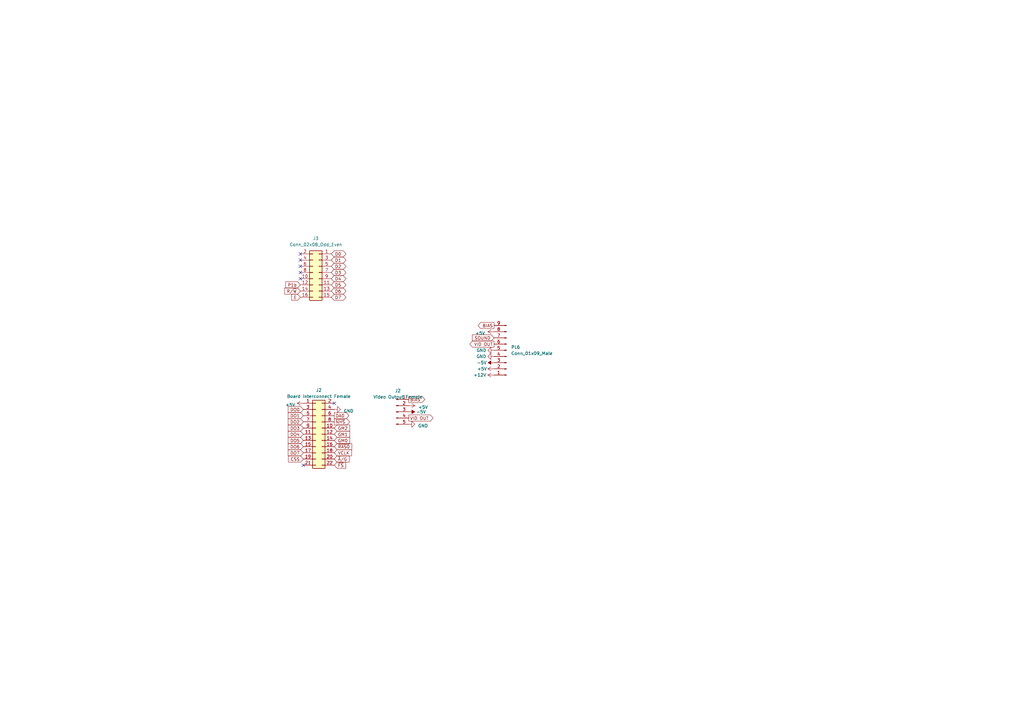
<source format=kicad_sch>
(kicad_sch (version 20230121) (generator eeschema)
  (paper "A3")
  (title_block (date "2023-05-25") (rev "3.0") (comment 2 "Reposition dram and buffer"))
  (lib_symbols
    (symbol "Connector:Conn_01x05_Pin" (pin_names (offset 1.016) hide)
      (property "Reference" "J" (at 0 7.62 0))
      (property "Value" "Conn_01x05_Pin" (at 0 -7.62 0))
      (symbol "Conn_01x05_Pin_1_1"
        (polyline (pts (xy 1.27 -5.08) (xy 0.8636 -5.08)) (stroke (width 0.1524)))
        (polyline (pts (xy 1.27 -2.54) (xy 0.8636 -2.54)) (stroke (width 0.1524)))
        (polyline (pts (xy 1.27 0) (xy 0.8636 0)) (stroke (width 0.1524)))
        (polyline (pts (xy 1.27 2.54) (xy 0.8636 2.54)) (stroke (width 0.1524)))
        (polyline (pts (xy 1.27 5.08) (xy 0.8636 5.08)) (stroke (width 0.1524)))
        (rectangle (start 0.8636 -4.953) (end 0 -5.207) (stroke (width 0.1524)) (fill (type outline)))
        (rectangle (start 0.8636 -2.413) (end 0 -2.667) (stroke (width 0.1524)) (fill (type outline)))
        (rectangle (start 0.8636 0.127) (end 0 -0.127) (stroke (width 0.1524)) (fill (type outline)))
        (rectangle (start 0.8636 2.667) (end 0 2.413) (stroke (width 0.1524)) (fill (type outline)))
        (rectangle (start 0.8636 5.207) (end 0 4.953) (stroke (width 0.1524)) (fill (type outline)))
        (pin passive line (at 5.08 5.08 180) (length 3.81) (name "Pin_1") (number "1"))
        (pin passive line (at 5.08 2.54 180) (length 3.81) (name "Pin_2") (number "2"))
        (pin passive line (at 5.08 0 180) (length 3.81) (name "Pin_3") (number "3"))
        (pin passive line (at 5.08 -2.54 180) (length 3.81) (name "Pin_4") (number "4"))
        (pin passive line (at 5.08 -5.08 180) (length 3.81) (name "Pin_5") (number "5"))
      )
    )
    (symbol "Connector:Conn_01x09_Male" (pin_names (offset 1.016) hide)
      (property "Reference" "J" (at 0 12.7 0))
      (property "Value" "Conn_01x09_Male" (at 0 -12.7 0))
      (symbol "Conn_01x09_Male_1_1"
        (polyline (pts (xy 1.27 -10.16) (xy 0.8636 -10.16)) (stroke (width 0.1524)))
        (polyline (pts (xy 1.27 -7.62) (xy 0.8636 -7.62)) (stroke (width 0.1524)))
        (polyline (pts (xy 1.27 -5.08) (xy 0.8636 -5.08)) (stroke (width 0.1524)))
        (polyline (pts (xy 1.27 -2.54) (xy 0.8636 -2.54)) (stroke (width 0.1524)))
        (polyline (pts (xy 1.27 0) (xy 0.8636 0)) (stroke (width 0.1524)))
        (polyline (pts (xy 1.27 2.54) (xy 0.8636 2.54)) (stroke (width 0.1524)))
        (polyline (pts (xy 1.27 5.08) (xy 0.8636 5.08)) (stroke (width 0.1524)))
        (polyline (pts (xy 1.27 7.62) (xy 0.8636 7.62)) (stroke (width 0.1524)))
        (polyline (pts (xy 1.27 10.16) (xy 0.8636 10.16)) (stroke (width 0.1524)))
        (rectangle (start 0.8636 -10.033) (end 0 -10.287) (stroke (width 0.1524)) (fill (type outline)))
        (rectangle (start 0.8636 -7.493) (end 0 -7.747) (stroke (width 0.1524)) (fill (type outline)))
        (rectangle (start 0.8636 -4.953) (end 0 -5.207) (stroke (width 0.1524)) (fill (type outline)))
        (rectangle (start 0.8636 -2.413) (end 0 -2.667) (stroke (width 0.1524)) (fill (type outline)))
        (rectangle (start 0.8636 0.127) (end 0 -0.127) (stroke (width 0.1524)) (fill (type outline)))
        (rectangle (start 0.8636 2.667) (end 0 2.413) (stroke (width 0.1524)) (fill (type outline)))
        (rectangle (start 0.8636 5.207) (end 0 4.953) (stroke (width 0.1524)) (fill (type outline)))
        (rectangle (start 0.8636 7.747) (end 0 7.493) (stroke (width 0.1524)) (fill (type outline)))
        (rectangle (start 0.8636 10.287) (end 0 10.033) (stroke (width 0.1524)) (fill (type outline)))
        (pin passive line (at 5.08 10.16 180) (length 3.81) (name "Pin_1") (number "1"))
        (pin passive line (at 5.08 7.62 180) (length 3.81) (name "Pin_2") (number "2"))
        (pin passive line (at 5.08 5.08 180) (length 3.81) (name "Pin_3") (number "3"))
        (pin passive line (at 5.08 2.54 180) (length 3.81) (name "Pin_4") (number "4"))
        (pin passive line (at 5.08 0 180) (length 3.81) (name "Pin_5") (number "5"))
        (pin passive line (at 5.08 -2.54 180) (length 3.81) (name "Pin_6") (number "6"))
        (pin passive line (at 5.08 -5.08 180) (length 3.81) (name "Pin_7") (number "7"))
        (pin passive line (at 5.08 -7.62 180) (length 3.81) (name "Pin_8") (number "8"))
        (pin passive line (at 5.08 -10.16 180) (length 3.81) (name "Pin_9") (number "9"))
      )
    )
    (symbol "Connector_Generic:Conn_02x08_Odd_Even" (pin_names (offset 1.016) hide)
      (property "Reference" "J" (at 1.27 10.16 0))
      (property "Value" "Conn_02x08_Odd_Even" (at 1.27 -12.7 0))
      (symbol "Conn_02x08_Odd_Even_1_1"
        (rectangle (start -1.27 -10.033) (end 0 -10.287) (stroke (width 0.1524)))
        (rectangle (start -1.27 -7.493) (end 0 -7.747) (stroke (width 0.1524)))
        (rectangle (start -1.27 -4.953) (end 0 -5.207) (stroke (width 0.1524)))
        (rectangle (start -1.27 -2.413) (end 0 -2.667) (stroke (width 0.1524)))
        (rectangle (start -1.27 0.127) (end 0 -0.127) (stroke (width 0.1524)))
        (rectangle (start -1.27 2.667) (end 0 2.413) (stroke (width 0.1524)))
        (rectangle (start -1.27 5.207) (end 0 4.953) (stroke (width 0.1524)))
        (rectangle (start -1.27 7.747) (end 0 7.493) (stroke (width 0.1524)))
        (rectangle (start -1.27 8.89) (end 3.81 -11.43) (stroke (width 0.254)) (fill (type background)))
        (rectangle (start 3.81 -10.033) (end 2.54 -10.287) (stroke (width 0.1524)))
        (rectangle (start 3.81 -7.493) (end 2.54 -7.747) (stroke (width 0.1524)))
        (rectangle (start 3.81 -4.953) (end 2.54 -5.207) (stroke (width 0.1524)))
        (rectangle (start 3.81 -2.413) (end 2.54 -2.667) (stroke (width 0.1524)))
        (rectangle (start 3.81 0.127) (end 2.54 -0.127) (stroke (width 0.1524)))
        (rectangle (start 3.81 2.667) (end 2.54 2.413) (stroke (width 0.1524)))
        (rectangle (start 3.81 5.207) (end 2.54 4.953) (stroke (width 0.1524)))
        (rectangle (start 3.81 7.747) (end 2.54 7.493) (stroke (width 0.1524)))
        (pin passive line (at -5.08 7.62 0) (length 3.81) (name "Pin_1") (number "1"))
        (pin passive line (at 7.62 -2.54 180) (length 3.81) (name "Pin_10") (number "10"))
        (pin passive line (at -5.08 -5.08 0) (length 3.81) (name "Pin_11") (number "11"))
        (pin passive line (at 7.62 -5.08 180) (length 3.81) (name "Pin_12") (number "12"))
        (pin passive line (at -5.08 -7.62 0) (length 3.81) (name "Pin_13") (number "13"))
        (pin passive line (at 7.62 -7.62 180) (length 3.81) (name "Pin_14") (number "14"))
        (pin passive line (at -5.08 -10.16 0) (length 3.81) (name "Pin_15") (number "15"))
        (pin passive line (at 7.62 -10.16 180) (length 3.81) (name "Pin_16") (number "16"))
        (pin passive line (at 7.62 7.62 180) (length 3.81) (name "Pin_2") (number "2"))
        (pin passive line (at -5.08 5.08 0) (length 3.81) (name "Pin_3") (number "3"))
        (pin passive line (at 7.62 5.08 180) (length 3.81) (name "Pin_4") (number "4"))
        (pin passive line (at -5.08 2.54 0) (length 3.81) (name "Pin_5") (number "5"))
        (pin passive line (at 7.62 2.54 180) (length 3.81) (name "Pin_6") (number "6"))
        (pin passive line (at -5.08 0 0) (length 3.81) (name "Pin_7") (number "7"))
        (pin passive line (at 7.62 0 180) (length 3.81) (name "Pin_8") (number "8"))
        (pin passive line (at -5.08 -2.54 0) (length 3.81) (name "Pin_9") (number "9"))
      )
    )
    (symbol "Connector_Generic:Conn_02x11_Odd_Even" (pin_names (offset 1.016) hide)
      (property "Reference" "J" (at 1.27 15.24 0))
      (property "Value" "Conn_02x11_Odd_Even" (at 1.27 -15.24 0))
      (symbol "Conn_02x11_Odd_Even_1_1"
        (rectangle (start -1.27 -12.573) (end 0 -12.827) (stroke (width 0.1524)))
        (rectangle (start -1.27 -10.033) (end 0 -10.287) (stroke (width 0.1524)))
        (rectangle (start -1.27 -7.493) (end 0 -7.747) (stroke (width 0.1524)))
        (rectangle (start -1.27 -4.953) (end 0 -5.207) (stroke (width 0.1524)))
        (rectangle (start -1.27 -2.413) (end 0 -2.667) (stroke (width 0.1524)))
        (rectangle (start -1.27 0.127) (end 0 -0.127) (stroke (width 0.1524)))
        (rectangle (start -1.27 2.667) (end 0 2.413) (stroke (width 0.1524)))
        (rectangle (start -1.27 5.207) (end 0 4.953) (stroke (width 0.1524)))
        (rectangle (start -1.27 7.747) (end 0 7.493) (stroke (width 0.1524)))
        (rectangle (start -1.27 10.287) (end 0 10.033) (stroke (width 0.1524)))
        (rectangle (start -1.27 12.827) (end 0 12.573) (stroke (width 0.1524)))
        (rectangle (start -1.27 13.97) (end 3.81 -13.97) (stroke (width 0.254)) (fill (type background)))
        (rectangle (start 3.81 -12.573) (end 2.54 -12.827) (stroke (width 0.1524)))
        (rectangle (start 3.81 -10.033) (end 2.54 -10.287) (stroke (width 0.1524)))
        (rectangle (start 3.81 -7.493) (end 2.54 -7.747) (stroke (width 0.1524)))
        (rectangle (start 3.81 -4.953) (end 2.54 -5.207) (stroke (width 0.1524)))
        (rectangle (start 3.81 -2.413) (end 2.54 -2.667) (stroke (width 0.1524)))
        (rectangle (start 3.81 0.127) (end 2.54 -0.127) (stroke (width 0.1524)))
        (rectangle (start 3.81 2.667) (end 2.54 2.413) (stroke (width 0.1524)))
        (rectangle (start 3.81 5.207) (end 2.54 4.953) (stroke (width 0.1524)))
        (rectangle (start 3.81 7.747) (end 2.54 7.493) (stroke (width 0.1524)))
        (rectangle (start 3.81 10.287) (end 2.54 10.033) (stroke (width 0.1524)))
        (rectangle (start 3.81 12.827) (end 2.54 12.573) (stroke (width 0.1524)))
        (pin passive line (at -5.08 12.7 0) (length 3.81) (name "Pin_1") (number "1"))
        (pin passive line (at 7.62 2.54 180) (length 3.81) (name "Pin_10") (number "10"))
        (pin passive line (at -5.08 0 0) (length 3.81) (name "Pin_11") (number "11"))
        (pin passive line (at 7.62 0 180) (length 3.81) (name "Pin_12") (number "12"))
        (pin passive line (at -5.08 -2.54 0) (length 3.81) (name "Pin_13") (number "13"))
        (pin passive line (at 7.62 -2.54 180) (length 3.81) (name "Pin_14") (number "14"))
        (pin passive line (at -5.08 -5.08 0) (length 3.81) (name "Pin_15") (number "15"))
        (pin passive line (at 7.62 -5.08 180) (length 3.81) (name "Pin_16") (number "16"))
        (pin passive line (at -5.08 -7.62 0) (length 3.81) (name "Pin_17") (number "17"))
        (pin passive line (at 7.62 -7.62 180) (length 3.81) (name "Pin_18") (number "18"))
        (pin passive line (at -5.08 -10.16 0) (length 3.81) (name "Pin_19") (number "19"))
        (pin passive line (at 7.62 12.7 180) (length 3.81) (name "Pin_2") (number "2"))
        (pin passive line (at 7.62 -10.16 180) (length 3.81) (name "Pin_20") (number "20"))
        (pin passive line (at -5.08 -12.7 0) (length 3.81) (name "Pin_21") (number "21"))
        (pin passive line (at 7.62 -12.7 180) (length 3.81) (name "Pin_22") (number "22"))
        (pin passive line (at -5.08 10.16 0) (length 3.81) (name "Pin_3") (number "3"))
        (pin passive line (at 7.62 10.16 180) (length 3.81) (name "Pin_4") (number "4"))
        (pin passive line (at -5.08 7.62 0) (length 3.81) (name "Pin_5") (number "5"))
        (pin passive line (at 7.62 7.62 180) (length 3.81) (name "Pin_6") (number "6"))
        (pin passive line (at -5.08 5.08 0) (length 3.81) (name "Pin_7") (number "7"))
        (pin passive line (at 7.62 5.08 180) (length 3.81) (name "Pin_8") (number "8"))
        (pin passive line (at -5.08 2.54 0) (length 3.81) (name "Pin_9") (number "9"))
      )
    )
    (symbol "power:+12V" (power) (pin_names (offset 0))
      (property "Value" "+12V" (at 0 3.556 0))
      (symbol "+12V_0_1"
        (polyline (pts (xy -0.762 1.27) (xy 0 2.54)))
        (polyline (pts (xy 0 0) (xy 0 2.54)))
        (polyline (pts (xy 0 2.54) (xy 0.762 1.27)))
      )
      (symbol "+12V_1_1"
        (pin power_in line (at 0 0 90) (length 0) hide (name "+12V") (number "1"))
      )
    )
    (symbol "power:+5V" (power) (pin_names (offset 0))
      (property "Value" "+5V" (at 0 3.556 0))
      (symbol "+5V_0_1"
        (polyline (pts (xy -0.762 1.27) (xy 0 2.54)))
        (polyline (pts (xy 0 0) (xy 0 2.54)))
        (polyline (pts (xy 0 2.54) (xy 0.762 1.27)))
      )
      (symbol "+5V_1_1"
        (pin power_in line (at 0 0 90) (length 0) hide (name "+5V") (number "1"))
      )
    )
    (symbol "power:-5V" (power) (pin_names (offset 0))
      (property "Value" "-5V" (at 0 3.81 0))
      (symbol "-5V_0_0"
        (pin power_in line (at 0 0 90) (length 0) hide (name "-5V") (number "1"))
      )
      (symbol "-5V_0_1"
        (polyline (pts (xy 0 0) (xy 0 1.27) (xy 0.762 1.27) (xy 0 2.54) (xy -0.762 1.27) (xy 0 1.27)) (fill (type outline)))
      )
    )
    (symbol "power:GND" (power) (pin_names (offset 0))
      (property "Value" "GND" (at 0 -3.81 0))
      (symbol "GND_0_1"
        (polyline (pts (xy 0 0) (xy 0 -1.27) (xy 1.27 -1.27) (xy 0 -2.54) (xy -1.27 -1.27) (xy 0 -1.27)))
      )
      (symbol "GND_1_1"
        (pin power_in line (at 0 0 270) (length 0) hide (name "GND") (number "1"))
      )
    )
  )
  (no_connect (at 123.19 111.76))
  (no_connect (at 123.19 114.3))
  (no_connect (at 123.19 104.14))
  (no_connect (at 123.19 106.68))
  (no_connect (at 137.1092 165.4048))
  (no_connect (at 124.4092 190.8048))
  (no_connect (at 123.19 109.22))
  (global_label "DO5" (shape input) (at 124.4092 180.6448 180) (property "Intersheetrefs" "${INTERSHEET_REFS}" (effects hide)))
  (global_label "D6" (shape bidirectional) (at 135.89 119.38 0) (property "Intersheetrefs" "${INTERSHEET_REFS}" (effects hide)))
  (global_label "P1b" (shape input) (at 123.19 116.84 180) (property "Intersheetrefs" "${INTERSHEET_REFS}" (effects hide)))
  (global_label "VID OUT" (shape output) (at 202.6412 141.1224 180) (property "Intersheetrefs" "${INTERSHEET_REFS}" (effects hide)))
  (global_label "BIAS" (shape output) (at 167.64 163.83 0) (property "Intersheetrefs" "${INTERSHEET_REFS}" (effects hide)))
  (global_label "GM1" (shape input) (at 137.1092 178.1048 0) (property "Intersheetrefs" "${INTERSHEET_REFS}" (effects hide)))
  (global_label "D5" (shape bidirectional) (at 135.89 116.84 0) (property "Intersheetrefs" "${INTERSHEET_REFS}" (effects hide)))
  (global_label "D2" (shape bidirectional) (at 135.89 109.22 0) (property "Intersheetrefs" "${INTERSHEET_REFS}" (effects hide)))
  (global_label "R{slash}~{W}" (shape input) (at 123.19 119.38 180) (property "Intersheetrefs" "${INTERSHEET_REFS}" (effects hide)))
  (global_label "D3" (shape bidirectional) (at 135.89 111.76 0) (property "Intersheetrefs" "${INTERSHEET_REFS}" (effects hide)))
  (global_label "SOUND" (shape input) (at 202.6412 138.5824 180) (property "Intersheetrefs" "${INTERSHEET_REFS}" (effects hide)))
  (global_label "GM2" (shape input) (at 137.1092 175.5648 0) (property "Intersheetrefs" "${INTERSHEET_REFS}" (effects hide)))
  (global_label "~{A}{slash}G" (shape input) (at 137.1092 188.2648 0) (property "Intersheetrefs" "${INTERSHEET_REFS}" (effects hide)))
  (global_label "D1" (shape bidirectional) (at 135.89 106.68 0) (property "Intersheetrefs" "${INTERSHEET_REFS}" (effects hide)))
  (global_label "CSS" (shape input) (at 124.4092 188.2648 180) (property "Intersheetrefs" "${INTERSHEET_REFS}" (effects hide)))
  (global_label "~{FS}" (shape input) (at 137.1092 190.8048 0) (property "Intersheetrefs" "${INTERSHEET_REFS}" (effects hide)))
  (global_label "D0" (shape bidirectional) (at 135.89 104.14 0) (property "Intersheetrefs" "${INTERSHEET_REFS}" (effects hide)))
  (global_label "GM0" (shape input) (at 137.1092 180.6448 0) (property "Intersheetrefs" "${INTERSHEET_REFS}" (effects hide)))
  (global_label "DO2" (shape input) (at 124.4092 173.0248 180) (property "Intersheetrefs" "${INTERSHEET_REFS}" (effects hide)))
  (global_label "VCLK" (shape input) (at 137.1092 185.7248 0) (property "Intersheetrefs" "${INTERSHEET_REFS}" (effects hide)))
  (global_label "DO4" (shape input) (at 124.4092 178.1048 180) (property "Intersheetrefs" "${INTERSHEET_REFS}" (effects hide)))
  (global_label "VID OUT" (shape output) (at 167.64 171.45 0) (property "Intersheetrefs" "${INTERSHEET_REFS}" (effects hide)))
  (global_label "DO7" (shape input) (at 124.4092 185.7248 180) (property "Intersheetrefs" "${INTERSHEET_REFS}" (effects hide)))
  (global_label "D7" (shape bidirectional) (at 135.89 121.92 0) (property "Intersheetrefs" "${INTERSHEET_REFS}" (effects hide)))
  (global_label "DO3" (shape input) (at 124.4092 175.5648 180) (property "Intersheetrefs" "${INTERSHEET_REFS}" (effects hide)))
  (global_label "DA0" (shape output) (at 137.1092 170.4848 0) (property "Intersheetrefs" "${INTERSHEET_REFS}" (effects hide)))
  (global_label "E" (shape input) (at 123.19 121.92 180) (property "Intersheetrefs" "${INTERSHEET_REFS}" (effects hide)))
  (global_label "~{RAS0}" (shape input) (at 137.1092 183.1848 0) (property "Intersheetrefs" "${INTERSHEET_REFS}" (effects hide)))
  (global_label "DO6" (shape input) (at 124.4092 183.1848 180) (property "Intersheetrefs" "${INTERSHEET_REFS}" (effects hide)))
  (global_label "DO1" (shape input) (at 124.4092 170.4848 180) (property "Intersheetrefs" "${INTERSHEET_REFS}" (effects hide)))
  (global_label "D4" (shape bidirectional) (at 135.89 114.3 0) (property "Intersheetrefs" "${INTERSHEET_REFS}" (effects hide)))
  (global_label "BIAS" (shape output) (at 202.6412 133.5024 180) (property "Intersheetrefs" "${INTERSHEET_REFS}" (effects hide)))
  (global_label "DO0" (shape input) (at 124.4092 167.9448 180) (property "Intersheetrefs" "${INTERSHEET_REFS}" (effects hide)))
  (global_label "~{NHS}" (shape output) (at 137.1092 173.0248 0) (property "Intersheetrefs" "${INTERSHEET_REFS}" (effects hide)))
  (symbol (lib_id "power:GND") (at 202.6412 146.2024 270) (unit 1)
    (property "Reference" "#PWR019" (effects hide))
    (property "Value" "GND" (at 199.4662 146.2023 90) (effects (justify right)))
  )
  (symbol (lib_id "power:+5V") (at 124.4092 165.4048 90) (unit 1)
    (property "Reference" "#PWR062" (effects hide))
    (property "Value" "+5V" (at 121.1072 166.0398 90) (effects (justify left)))
    (instances (project "Dragon32" (path "" (reference "#PWR062") (unit 1)) (path "" (reference "#PWR04") (unit 1))) (project "DragonNTSC" (path "" (reference "#PWR01") (unit 1))))
  )
  (symbol (lib_id "Connector_Generic:Conn_02x11_Odd_Even") (at 129.4892 178.1048 0) (unit 1)
    (property "Reference" "J2" (at 130.7592 160.02 0))
    (property "Value" "Board Interconnect Female" (at 130.7592 162.56 0))
    (property "Footprint" "Connector_PinSocket_2.54mm:PinSocket_2x11_P2.54mm_Vertical" (effects hide))
  )
  (symbol (lib_id "power:+5V") (at 202.6412 151.2824 90) (unit 1)
    (property "Reference" "#PWR0281" (effects hide))
    (property "Value" "+5V" (at 195.6562 151.2824 90) (effects (justify right)))
  )
  (symbol (lib_id "power:+5V") (at 202.6412 136.0424 90) (unit 1)
    (property "Reference" "#PWR052" (effects hide))
    (property "Value" "+5V" (at 198.9836 136.6774 90) (effects (justify left)))
    (instances (project "Dragon32" (path "" (reference "#PWR052") (unit 1)) (path "" (reference "#PWR07") (unit 1))) (project "DragonNTSC" (path "" (reference "#PWR02") (unit 1))))
  )
  (symbol (lib_id "power:GND") (at 137.1092 167.9448 90) (unit 1)
    (property "Reference" "#PWR063" (effects hide))
    (property "Value" "GND" (at 140.9192 168.5798 90) (effects (justify right)))
    (instances (project "Dragon32" (path "" (reference "#PWR063") (unit 1)) (path "" (reference "#PWR010") (unit 1))) (project "DragonNTSC" (path "" (reference "#PWR05") (unit 1))))
  )
  (symbol (lib_id "power:-5V") (at 202.6412 148.7424 90) (unit 1)
    (property "Reference" "#PWR0282" (effects hide))
    (property "Value" "-5V" (at 195.5292 148.7424 90) (effects (justify right)))
  )
  (symbol (lib_id "power:GND") (at 202.6412 143.6624 270) (unit 1)
    (property "Reference" "#PWR018" (effects hide))
    (property "Value" "GND" (at 199.4662 143.6623 90) (effects (justify right)))
  )
  (symbol (lib_id "Connector:Conn_01x09_Male") (at 207.7212 143.6624 180) (unit 1)
    (property "Reference" "PL6" (at 209.6262 142.3923 0) (effects (justify right)))
    (property "Value" "Conn_01x09_Male" (at 209.6262 144.9323 0) (effects (justify right)))
    (property "Footprint" "Connector_Molex:Molex_KK-396_A-41791-0009_1x09_P3.96mm_Vertical" (effects hide))
    (property "Datasheet" "https://app.adam-tech.com/products/download/data_sheet/241222/lhd-xx-ts-data-sheet.pdf" (effects hide))
    (property "DigiKey" "2057-LHD-09-TS-ND" (effects hide))
    (property "Toby" "WH396-09S-010" (effects hide))
  )
  (symbol (lib_id "Connector:Conn_01x05_Pin") (at 162.56 168.91 0) (unit 1)
    (property "Reference" "J2" (at 163.195 160.274 0))
    (property "Value" "Video Output Female" (at 163.195 162.814 0))
    (property "Footprint" "Connector_PinSocket_2.54mm:PinSocket_1x05_P2.54mm_Vertical" (effects hide))
    (instances (project "Dragon32" (path "" (reference "J2") (unit 1)) (path "" (reference "J1") (unit 1))) (project "DragonNTSC" (path "" (reference "J1") (unit 1))))
  )
  (symbol (lib_id "Connector_Generic:Conn_02x08_Odd_Even") (at 130.81 111.76 0) (mirror y) (unit 1)
    (property "Reference" "J3" (at 129.54 97.79 0))
    (property "Value" "Conn_02x08_Odd_Even" (at 129.54 100.33 0))
    (property "Footprint" "Connector_PinSocket_2.54mm:PinSocket_2x08_P2.54mm_Vertical" (effects hide))
  )
  (symbol (lib_id "power:GND") (at 167.64 173.99 90) (unit 1)
    (property "Reference" "#PWR053" (effects hide))
    (property "Value" "GND" (at 171.45 174.625 90) (effects (justify right)))
    (instances (project "Dragon32" (path "" (reference "#PWR053") (unit 1)) (path "" (reference "#PWR050") (unit 1))) (project "DragonNTSC" (path "" (reference "#PWR03") (unit 1))))
  )
  (symbol (lib_id "power:+12V") (at 202.6412 153.8224 90) (unit 1)
    (property "Reference" "#PWR022" (effects hide))
    (property "Value" "+12V" (at 199.4662 153.8223 90) (effects (justify left)))
  )
  (symbol (lib_id "power:-5V") (at 167.64 168.91 270) (unit 1)
    (property "Reference" "#PWR048" (effects hide))
    (property "Value" "-5V" (at 174.752 168.91 90) (effects (justify right)))
  )
  (symbol (lib_id "power:+5V") (at 167.64 166.37 270) (unit 1)
    (property "Reference" "#PWR052" (effects hide))
    (property "Value" "+5V" (at 171.45 167.005 90) (effects (justify left)))
    (instances (project "Dragon32" (path "" (reference "#PWR052") (unit 1)) (path "" (reference "#PWR049") (unit 1))) (project "DragonNTSC" (path "" (reference "#PWR02") (unit 1))))
  )
)
</source>
